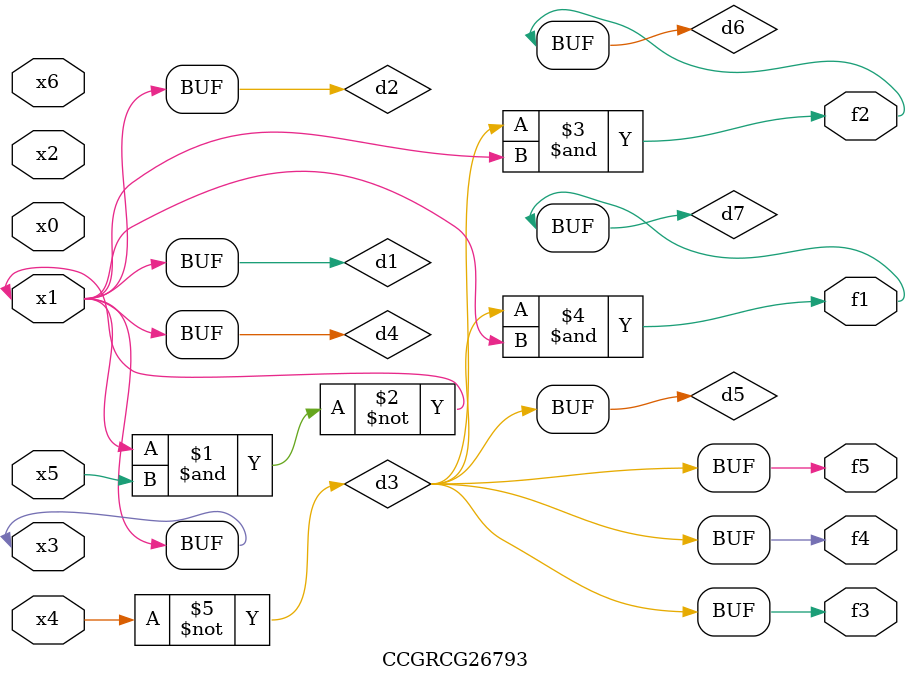
<source format=v>
module CCGRCG26793(
	input x0, x1, x2, x3, x4, x5, x6,
	output f1, f2, f3, f4, f5
);

	wire d1, d2, d3, d4, d5, d6, d7;

	buf (d1, x1, x3);
	nand (d2, x1, x5);
	not (d3, x4);
	buf (d4, d1, d2);
	buf (d5, d3);
	and (d6, d3, d4);
	and (d7, d3, d4);
	assign f1 = d7;
	assign f2 = d6;
	assign f3 = d5;
	assign f4 = d5;
	assign f5 = d5;
endmodule

</source>
